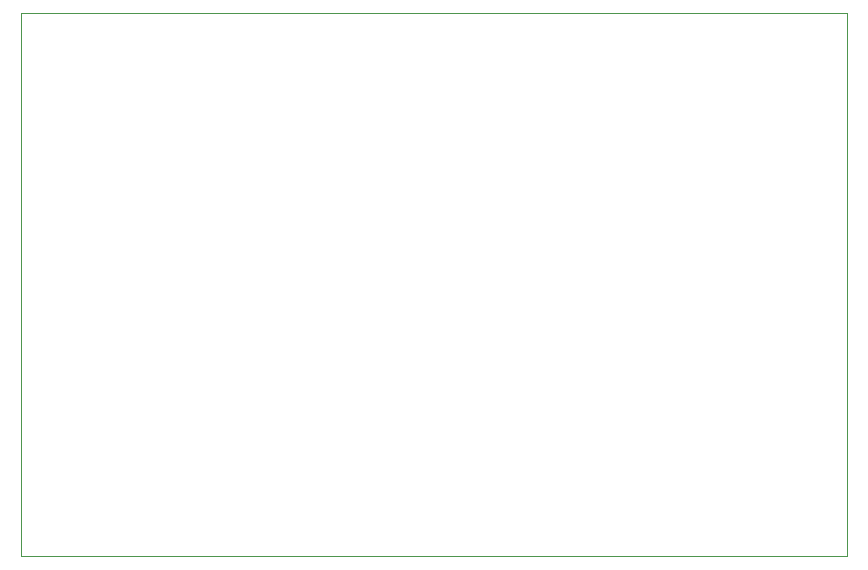
<source format=gbr>
%FSLAX34Y34*%
%MOMM*%
%LNOUTLINE*%
G71*
G01*
%ADD10C,0.000*%
%LPD*%
G54D10*
X0Y460000D02*
X700000Y460000D01*
X700000Y0D01*
X0Y0D01*
X0Y460000D01*
M02*

</source>
